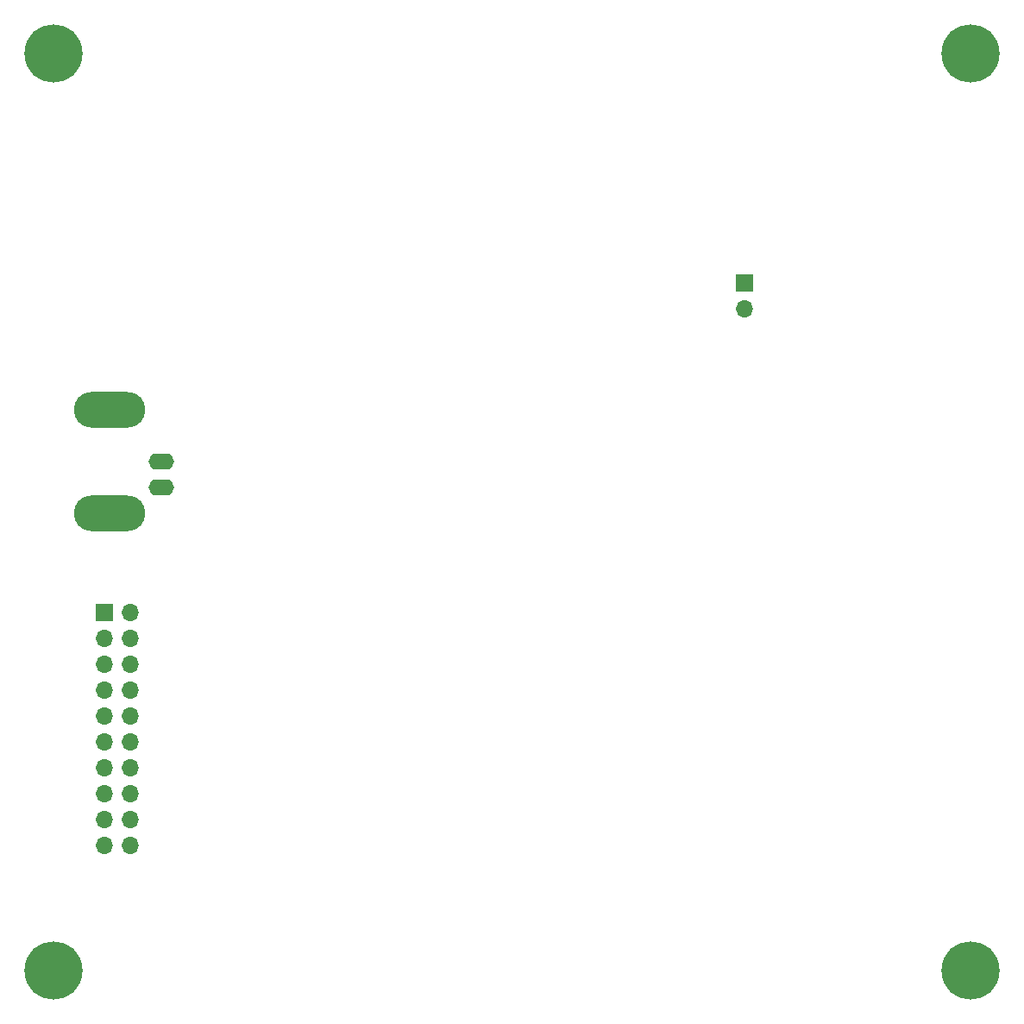
<source format=gbr>
%TF.GenerationSoftware,KiCad,Pcbnew,(7.0.0)*%
%TF.CreationDate,2023-12-14T15:04:28-05:00*%
%TF.ProjectId,singal-path-test-board,73696e67-616c-42d7-9061-74682d746573,rev?*%
%TF.SameCoordinates,Original*%
%TF.FileFunction,Soldermask,Bot*%
%TF.FilePolarity,Negative*%
%FSLAX46Y46*%
G04 Gerber Fmt 4.6, Leading zero omitted, Abs format (unit mm)*
G04 Created by KiCad (PCBNEW (7.0.0)) date 2023-12-14 15:04:28*
%MOMM*%
%LPD*%
G01*
G04 APERTURE LIST*
%ADD10C,5.700000*%
%ADD11R,1.700000X1.700000*%
%ADD12O,1.700000X1.700000*%
%ADD13O,2.500000X1.600000*%
%ADD14O,7.000000X3.500000*%
G04 APERTURE END LIST*
D10*
%TO.C,TP10*%
X80000000Y-160000000D03*
%TD*%
%TO.C,TP3*%
X170000000Y-160000000D03*
%TD*%
%TO.C,TP1*%
X170000000Y-70000000D03*
%TD*%
%TO.C,TP2*%
X80000000Y-70000000D03*
%TD*%
D11*
%TO.C,JP1*%
X147799999Y-92524999D03*
D12*
X147799999Y-95064999D03*
%TD*%
D11*
%TO.C,J3*%
X84999999Y-124839999D03*
D12*
X87539999Y-124839999D03*
X84999999Y-127379999D03*
X87539999Y-127379999D03*
X84999999Y-129919999D03*
X87539999Y-129919999D03*
X84999999Y-132459999D03*
X87539999Y-132459999D03*
X84999999Y-134999999D03*
X87539999Y-134999999D03*
X84999999Y-137539999D03*
X87539999Y-137539999D03*
X84999999Y-140079999D03*
X87539999Y-140079999D03*
X84999999Y-142619999D03*
X87539999Y-142619999D03*
X84999999Y-145159999D03*
X87539999Y-145159999D03*
X84999999Y-147699999D03*
X87539999Y-147699999D03*
%TD*%
D13*
%TO.C,J1*%
X90549999Y-112619999D03*
D14*
X85469999Y-115159999D03*
X85469999Y-104999999D03*
D13*
X90549999Y-110079999D03*
%TD*%
M02*

</source>
